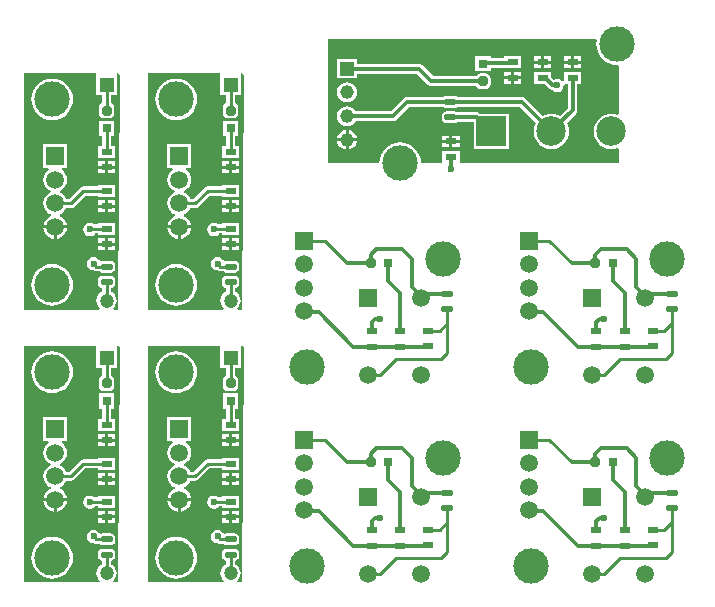
<source format=gtl>
G04*
G04 #@! TF.GenerationSoftware,Altium Limited,Altium Designer,20.1.8 (145)*
G04*
G04 Layer_Physical_Order=1*
G04 Layer_Color=255*
%FSLAX25Y25*%
%MOIN*%
G70*
G04*
G04 #@! TF.SameCoordinates,97AE0E28-4285-446D-9869-D3FBB0DEE563*
G04*
G04*
G04 #@! TF.FilePolarity,Positive*
G04*
G01*
G75*
%ADD10R,0.03740X0.01968*%
%ADD11R,0.03150X0.03150*%
G04:AMPARAMS|DCode=12|XSize=31.5mil|YSize=31.5mil|CornerRadius=7.87mil|HoleSize=0mil|Usage=FLASHONLY|Rotation=270.000|XOffset=0mil|YOffset=0mil|HoleType=Round|Shape=RoundedRectangle|*
%AMROUNDEDRECTD12*
21,1,0.03150,0.01575,0,0,270.0*
21,1,0.01575,0.03150,0,0,270.0*
1,1,0.01575,-0.00787,-0.00787*
1,1,0.01575,-0.00787,0.00787*
1,1,0.01575,0.00787,0.00787*
1,1,0.01575,0.00787,-0.00787*
%
%ADD12ROUNDEDRECTD12*%
G04:AMPARAMS|DCode=13|XSize=19.68mil|YSize=37.4mil|CornerRadius=4.92mil|HoleSize=0mil|Usage=FLASHONLY|Rotation=270.000|XOffset=0mil|YOffset=0mil|HoleType=Round|Shape=RoundedRectangle|*
%AMROUNDEDRECTD13*
21,1,0.01968,0.02756,0,0,270.0*
21,1,0.00984,0.03740,0,0,270.0*
1,1,0.00984,-0.01378,-0.00492*
1,1,0.00984,-0.01378,0.00492*
1,1,0.00984,0.01378,0.00492*
1,1,0.00984,0.01378,-0.00492*
%
%ADD13ROUNDEDRECTD13*%
%ADD14C,0.01000*%
%ADD15C,0.01181*%
G04:AMPARAMS|DCode=16|XSize=31.5mil|YSize=31.5mil|CornerRadius=7.87mil|HoleSize=0mil|Usage=FLASHONLY|Rotation=0.000|XOffset=0mil|YOffset=0mil|HoleType=Round|Shape=RoundedRectangle|*
%AMROUNDEDRECTD16*
21,1,0.03150,0.01575,0,0,0.0*
21,1,0.01575,0.03150,0,0,0.0*
1,1,0.01575,0.00787,-0.00787*
1,1,0.01575,-0.00787,-0.00787*
1,1,0.01575,-0.00787,0.00787*
1,1,0.01575,0.00787,0.00787*
%
%ADD16ROUNDEDRECTD16*%
%ADD17R,0.03150X0.03150*%
%ADD18C,0.00122*%
%ADD19C,0.04724*%
%ADD20R,0.04724X0.04724*%
%ADD21C,0.05906*%
%ADD22R,0.05906X0.05906*%
%ADD23C,0.11811*%
%ADD24C,0.02362*%
%ADD25R,0.04528X0.04528*%
%ADD26C,0.04528*%
%ADD27R,0.09843X0.09843*%
%ADD28C,0.09843*%
G36*
X208650Y199106D02*
X208538Y197961D01*
X208671Y196607D01*
X209066Y195305D01*
X209707Y194106D01*
X210570Y193054D01*
X211621Y192191D01*
X212821Y191550D01*
X214123Y191155D01*
X215476Y191022D01*
X215574Y191031D01*
X215945Y190696D01*
Y174841D01*
X215445Y174480D01*
X214665Y174716D01*
X213504Y174831D01*
X212343Y174716D01*
X211227Y174378D01*
X210198Y173828D01*
X209297Y173088D01*
X208557Y172187D01*
X208007Y171158D01*
X207668Y170042D01*
X207554Y168881D01*
X207668Y167720D01*
X208007Y166604D01*
X208557Y165575D01*
X209297Y164674D01*
X210198Y163934D01*
X211227Y163384D01*
X212343Y163045D01*
X213504Y162931D01*
X214665Y163045D01*
X215445Y163282D01*
X215945Y162921D01*
Y158268D01*
X163335Y158268D01*
X162909Y158768D01*
Y162417D01*
X157169D01*
Y158449D01*
X156744Y158268D01*
X150049D01*
X150049Y158268D01*
X149916Y159621D01*
X149521Y160923D01*
X148880Y162123D01*
X148017Y163174D01*
X146965Y164037D01*
X145766Y164678D01*
X144464Y165073D01*
X143110Y165207D01*
X141756Y165073D01*
X140455Y164678D01*
X139255Y164037D01*
X138204Y163174D01*
X137341Y162123D01*
X136699Y160923D01*
X136305Y159621D01*
X136171Y158268D01*
X136171Y158268D01*
X119095D01*
Y199606D01*
X208303Y199606D01*
X208650Y199106D01*
D02*
G37*
G36*
X90888Y187870D02*
X90496Y109484D01*
X88943D01*
X88773Y109984D01*
X88957Y110126D01*
X89496Y110828D01*
X89835Y111646D01*
X89950Y112524D01*
X89835Y113401D01*
X89496Y114219D01*
X88957Y114922D01*
X88255Y115461D01*
X88089Y115529D01*
Y116753D01*
X88519Y116839D01*
X89013Y117168D01*
X89343Y117662D01*
X89459Y118244D01*
Y119228D01*
X89343Y119811D01*
X89013Y120304D01*
X88519Y120634D01*
X87937Y120750D01*
X85181D01*
X84599Y120634D01*
X84105Y120304D01*
X83776Y119811D01*
X83660Y119228D01*
Y118244D01*
X83776Y117662D01*
X84105Y117168D01*
X84599Y116839D01*
X85030Y116753D01*
Y115529D01*
X84864Y115461D01*
X84161Y114922D01*
X83622Y114219D01*
X83284Y113401D01*
X83168Y112524D01*
X83284Y111646D01*
X83622Y110828D01*
X84161Y110126D01*
X84346Y109984D01*
X84176Y109484D01*
X59000D01*
Y188224D01*
X83111D01*
X83197Y187760D01*
X83197Y187724D01*
Y181035D01*
X85030D01*
Y178264D01*
X84483Y177899D01*
X84088Y177308D01*
X83949Y176610D01*
Y175036D01*
X84088Y174338D01*
X84483Y173747D01*
X85074Y173352D01*
X85772Y173213D01*
X87347D01*
X88044Y173352D01*
X88635Y173747D01*
X89030Y174338D01*
X89169Y175036D01*
Y176610D01*
X89030Y177308D01*
X88635Y177899D01*
X88089Y178264D01*
Y181035D01*
X89921D01*
Y187724D01*
X89921Y187760D01*
X90007Y188224D01*
X90535D01*
X90888Y187870D01*
D02*
G37*
G36*
X49549D02*
X49158Y109484D01*
X47604D01*
X47434Y109984D01*
X47618Y110126D01*
X48157Y110828D01*
X48496Y111646D01*
X48612Y112524D01*
X48496Y113401D01*
X48157Y114219D01*
X47618Y114922D01*
X46916Y115461D01*
X46750Y115529D01*
Y116753D01*
X47181Y116839D01*
X47674Y117168D01*
X48004Y117662D01*
X48120Y118244D01*
Y119228D01*
X48004Y119811D01*
X47674Y120304D01*
X47181Y120634D01*
X46599Y120750D01*
X43843D01*
X43260Y120634D01*
X42767Y120304D01*
X42437Y119811D01*
X42321Y119228D01*
Y118244D01*
X42437Y117662D01*
X42767Y117168D01*
X43260Y116839D01*
X43691Y116753D01*
Y115529D01*
X43525Y115461D01*
X42823Y114922D01*
X42284Y114219D01*
X41945Y113401D01*
X41829Y112524D01*
X41945Y111646D01*
X42284Y110828D01*
X42823Y110126D01*
X43007Y109984D01*
X42837Y109484D01*
X17661D01*
Y188224D01*
X41773D01*
X41858Y187760D01*
X41858Y187724D01*
Y181035D01*
X43691D01*
Y178264D01*
X43145Y177899D01*
X42749Y177308D01*
X42611Y176610D01*
Y175036D01*
X42749Y174338D01*
X43145Y173747D01*
X43736Y173352D01*
X44433Y173213D01*
X46008D01*
X46705Y173352D01*
X47297Y173747D01*
X47692Y174338D01*
X47830Y175036D01*
Y176610D01*
X47692Y177308D01*
X47297Y177899D01*
X46750Y178264D01*
Y181035D01*
X48583D01*
Y187724D01*
X48583Y187760D01*
X48668Y188224D01*
X49197D01*
X49549Y187870D01*
D02*
G37*
G36*
X90888Y96925D02*
X90496Y18539D01*
X88943D01*
X88773Y19039D01*
X88957Y19181D01*
X89496Y19883D01*
X89835Y20701D01*
X89950Y21579D01*
X89835Y22456D01*
X89496Y23274D01*
X88957Y23977D01*
X88255Y24516D01*
X88089Y24585D01*
Y25808D01*
X88519Y25894D01*
X89013Y26223D01*
X89343Y26717D01*
X89459Y27299D01*
Y28284D01*
X89343Y28866D01*
X89013Y29359D01*
X88519Y29689D01*
X87937Y29805D01*
X85181D01*
X84599Y29689D01*
X84105Y29359D01*
X83776Y28866D01*
X83660Y28284D01*
Y27299D01*
X83776Y26717D01*
X84105Y26223D01*
X84599Y25894D01*
X85030Y25808D01*
Y24585D01*
X84864Y24516D01*
X84161Y23977D01*
X83622Y23274D01*
X83284Y22456D01*
X83168Y21579D01*
X83284Y20701D01*
X83622Y19883D01*
X84161Y19181D01*
X84346Y19039D01*
X84176Y18539D01*
X59000D01*
Y97280D01*
X83111D01*
X83197Y96815D01*
X83197Y96780D01*
Y90091D01*
X85030D01*
Y87319D01*
X84483Y86954D01*
X84088Y86363D01*
X83949Y85665D01*
Y84091D01*
X84088Y83393D01*
X84483Y82802D01*
X85074Y82407D01*
X85772Y82268D01*
X87347D01*
X88044Y82407D01*
X88635Y82802D01*
X89030Y83393D01*
X89169Y84091D01*
Y85665D01*
X89030Y86363D01*
X88635Y86954D01*
X88089Y87319D01*
Y90091D01*
X89921D01*
Y96780D01*
X89921Y96815D01*
X90007Y97280D01*
X90535D01*
X90888Y96925D01*
D02*
G37*
G36*
X49549D02*
X49158Y18539D01*
X47604D01*
X47434Y19039D01*
X47618Y19181D01*
X48157Y19883D01*
X48496Y20701D01*
X48612Y21579D01*
X48496Y22456D01*
X48157Y23274D01*
X47618Y23977D01*
X46916Y24516D01*
X46750Y24585D01*
Y25808D01*
X47181Y25894D01*
X47674Y26223D01*
X48004Y26717D01*
X48120Y27299D01*
Y28284D01*
X48004Y28866D01*
X47674Y29359D01*
X47181Y29689D01*
X46599Y29805D01*
X43843D01*
X43260Y29689D01*
X42767Y29359D01*
X42437Y28866D01*
X42321Y28284D01*
Y27299D01*
X42437Y26717D01*
X42767Y26223D01*
X43260Y25894D01*
X43691Y25808D01*
Y24585D01*
X43525Y24516D01*
X42823Y23977D01*
X42284Y23274D01*
X41945Y22456D01*
X41829Y21579D01*
X41945Y20701D01*
X42284Y19883D01*
X42823Y19181D01*
X43007Y19039D01*
X42837Y18539D01*
X17661D01*
Y97280D01*
X41773D01*
X41858Y96815D01*
X41858Y96780D01*
Y90091D01*
X43691D01*
Y87319D01*
X43145Y86954D01*
X42749Y86363D01*
X42611Y85665D01*
Y84091D01*
X42749Y83393D01*
X43145Y82802D01*
X43736Y82407D01*
X44433Y82268D01*
X46008D01*
X46705Y82407D01*
X47297Y82802D01*
X47692Y83393D01*
X47830Y84091D01*
Y85665D01*
X47692Y86363D01*
X47297Y86954D01*
X46750Y87319D01*
Y90091D01*
X48583D01*
Y96780D01*
X48583Y96815D01*
X48668Y97280D01*
X49197D01*
X49549Y96925D01*
D02*
G37*
%LPC*%
G36*
X193487Y193913D02*
X191117D01*
Y192429D01*
X193487D01*
Y193913D01*
D02*
G37*
G36*
X190117D02*
X187747D01*
Y192429D01*
X190117D01*
Y193913D01*
D02*
G37*
G36*
X203461D02*
X201091D01*
Y192429D01*
X203461D01*
Y193913D01*
D02*
G37*
G36*
X200091D02*
X197721D01*
Y192429D01*
X200091D01*
Y193913D01*
D02*
G37*
G36*
X203461Y191429D02*
X201091D01*
Y189945D01*
X203461D01*
Y191429D01*
D02*
G37*
G36*
X200091D02*
X197721D01*
Y189945D01*
X200091D01*
Y191429D01*
D02*
G37*
G36*
X193487Y191429D02*
X191117D01*
Y189945D01*
X193487D01*
Y191429D01*
D02*
G37*
G36*
X190117D02*
X187747D01*
Y189945D01*
X190117D01*
Y191429D01*
D02*
G37*
G36*
X173244Y194110D02*
X168095D01*
Y188961D01*
X173244D01*
Y190111D01*
X177773D01*
Y189945D01*
X183513D01*
Y193913D01*
X177773D01*
Y193354D01*
X173244D01*
Y194110D01*
D02*
G37*
G36*
X183513Y188795D02*
X181143D01*
Y187311D01*
X183513D01*
Y188795D01*
D02*
G37*
G36*
X180143D02*
X177773D01*
Y187311D01*
X180143D01*
Y188795D01*
D02*
G37*
G36*
X203461D02*
X197721D01*
Y185713D01*
X197221Y185562D01*
X197045Y185825D01*
X196324Y186307D01*
X195473Y186476D01*
X194622Y186307D01*
X194331Y186112D01*
X193487Y186956D01*
Y188795D01*
X187747D01*
Y184827D01*
X191029D01*
X192631Y183225D01*
X193158Y182873D01*
X193778Y182750D01*
X193853D01*
X193900Y182679D01*
X194622Y182197D01*
X195473Y182028D01*
X196324Y182197D01*
X197045Y182679D01*
X197527Y183401D01*
X197696Y184252D01*
X197678Y184344D01*
X198092Y184827D01*
X198969D01*
Y176639D01*
X196385Y174055D01*
X195781Y174378D01*
X194665Y174716D01*
X193504Y174831D01*
X192343Y174716D01*
X191227Y174378D01*
X190623Y174055D01*
X184791Y179887D01*
X184265Y180238D01*
X183645Y180362D01*
X162232D01*
X161820Y180638D01*
X161237Y180754D01*
X158481D01*
X157899Y180638D01*
X157486Y180362D01*
X145473D01*
X144852Y180238D01*
X144326Y179887D01*
X140076Y175637D01*
X128255D01*
X128245Y175662D01*
X127722Y176344D01*
X127040Y176867D01*
X126246Y177196D01*
X125394Y177308D01*
X124542Y177196D01*
X123748Y176867D01*
X123066Y176344D01*
X122543Y175662D01*
X122214Y174868D01*
X122102Y174016D01*
X122214Y173164D01*
X122543Y172370D01*
X123066Y171688D01*
X123748Y171165D01*
X124542Y170836D01*
X125394Y170724D01*
X126246Y170836D01*
X127040Y171165D01*
X127722Y171688D01*
X128245Y172370D01*
X128255Y172394D01*
X140748D01*
X141369Y172518D01*
X141895Y172869D01*
X146144Y177119D01*
X157486D01*
X157899Y176842D01*
X158481Y176727D01*
X161237D01*
X161820Y176842D01*
X162232Y177119D01*
X182973D01*
X188330Y171762D01*
X188007Y171158D01*
X187668Y170042D01*
X187554Y168881D01*
X187668Y167720D01*
X188007Y166604D01*
X188557Y165575D01*
X189297Y164674D01*
X190198Y163934D01*
X191227Y163384D01*
X192343Y163045D01*
X193504Y162931D01*
X194665Y163045D01*
X195781Y163384D01*
X196809Y163934D01*
X197711Y164674D01*
X198451Y165575D01*
X199001Y166604D01*
X199339Y167720D01*
X199454Y168881D01*
X199339Y170042D01*
X199001Y171158D01*
X198678Y171762D01*
X201737Y174821D01*
X202089Y175347D01*
X202212Y175968D01*
Y184827D01*
X203461D01*
Y188795D01*
D02*
G37*
G36*
X183513Y186311D02*
X181143D01*
Y184827D01*
X183513D01*
Y186311D01*
D02*
G37*
G36*
X180143D02*
X177773D01*
Y184827D01*
X180143D01*
Y186311D01*
D02*
G37*
G36*
X128657Y193079D02*
X122130D01*
Y186551D01*
X128657D01*
Y188193D01*
X148687D01*
X152397Y184483D01*
X152923Y184132D01*
X153543Y184008D01*
X168290D01*
X168593Y183554D01*
X169185Y183159D01*
X169882Y183020D01*
X171457D01*
X172154Y183159D01*
X172745Y183554D01*
X173140Y184145D01*
X173279Y184843D01*
Y186417D01*
X173140Y187115D01*
X172745Y187706D01*
X172154Y188101D01*
X171457Y188240D01*
X169882D01*
X169185Y188101D01*
X168593Y187706D01*
X168290Y187252D01*
X154215D01*
X150505Y190962D01*
X149979Y191313D01*
X149358Y191437D01*
X128657D01*
Y193079D01*
D02*
G37*
G36*
X125394Y185205D02*
X124542Y185093D01*
X123748Y184764D01*
X123066Y184241D01*
X122543Y183559D01*
X122214Y182765D01*
X122102Y181913D01*
X122214Y181061D01*
X122543Y180267D01*
X123066Y179586D01*
X123748Y179062D01*
X124542Y178734D01*
X125394Y178621D01*
X126246Y178734D01*
X127040Y179062D01*
X127722Y179586D01*
X128245Y180267D01*
X128574Y181061D01*
X128686Y181913D01*
X128574Y182765D01*
X128245Y183559D01*
X127722Y184241D01*
X127040Y184764D01*
X126246Y185093D01*
X125394Y185205D01*
D02*
G37*
G36*
X125894Y169340D02*
Y166614D01*
X128620D01*
X128574Y166966D01*
X128245Y167760D01*
X127722Y168442D01*
X127040Y168965D01*
X126246Y169294D01*
X125894Y169340D01*
D02*
G37*
G36*
X124894D02*
X124542Y169294D01*
X123748Y168965D01*
X123066Y168442D01*
X122543Y167760D01*
X122214Y166966D01*
X122168Y166614D01*
X124894D01*
Y169340D01*
D02*
G37*
G36*
X162909Y167535D02*
X160539D01*
Y166051D01*
X162909D01*
Y167535D01*
D02*
G37*
G36*
X159539D02*
X157169D01*
Y166051D01*
X159539D01*
Y167535D01*
D02*
G37*
G36*
X162909Y165051D02*
X160539D01*
Y163567D01*
X162909D01*
Y165051D01*
D02*
G37*
G36*
X159539D02*
X157169D01*
Y163567D01*
X159539D01*
Y165051D01*
D02*
G37*
G36*
X161237Y175636D02*
X158481D01*
X157899Y175520D01*
X157406Y175190D01*
X157076Y174696D01*
X156960Y174114D01*
Y173130D01*
X157076Y172548D01*
X157406Y172054D01*
X157899Y171724D01*
X158481Y171609D01*
X161237D01*
X161820Y171724D01*
X162232Y172000D01*
X167583D01*
Y162960D01*
X179425D01*
Y174802D01*
X169860D01*
X169383Y175120D01*
X168763Y175244D01*
X162232D01*
X161820Y175520D01*
X161237Y175636D01*
D02*
G37*
G36*
X128620Y165614D02*
X125894D01*
Y162888D01*
X126246Y162934D01*
X127040Y163263D01*
X127722Y163786D01*
X128245Y164468D01*
X128574Y165262D01*
X128620Y165614D01*
D02*
G37*
G36*
X124894D02*
X122168D01*
X122214Y165262D01*
X122543Y164468D01*
X123066Y163786D01*
X123748Y163263D01*
X124542Y162934D01*
X124894Y162888D01*
Y165614D01*
D02*
G37*
G36*
X68449Y186502D02*
X67095Y186369D01*
X65794Y185974D01*
X64594Y185333D01*
X63542Y184470D01*
X62679Y183418D01*
X62038Y182219D01*
X61643Y180917D01*
X61510Y179563D01*
X61643Y178209D01*
X62038Y176908D01*
X62679Y175708D01*
X63542Y174656D01*
X64594Y173793D01*
X65794Y173152D01*
X67095Y172757D01*
X68449Y172624D01*
X69803Y172757D01*
X71104Y173152D01*
X72304Y173793D01*
X73356Y174656D01*
X74218Y175708D01*
X74860Y176908D01*
X75254Y178209D01*
X75388Y179563D01*
X75254Y180917D01*
X74860Y182219D01*
X74218Y183418D01*
X73356Y184470D01*
X72304Y185333D01*
X71104Y185974D01*
X69803Y186369D01*
X68449Y186502D01*
D02*
G37*
G36*
X89134Y172492D02*
X83984D01*
Y167343D01*
X85030D01*
Y164028D01*
X83689D01*
Y160059D01*
X89429D01*
Y164028D01*
X88089D01*
Y167343D01*
X89134D01*
Y172492D01*
D02*
G37*
G36*
X89429Y158909D02*
X87059D01*
Y157425D01*
X89429D01*
Y158909D01*
D02*
G37*
G36*
X86059D02*
X83689D01*
Y157425D01*
X86059D01*
Y158909D01*
D02*
G37*
G36*
X89429Y156425D02*
X87059D01*
Y154941D01*
X89429D01*
Y156425D01*
D02*
G37*
G36*
X86059D02*
X83689D01*
Y154941D01*
X86059D01*
Y156425D01*
D02*
G37*
G36*
X73386Y164618D02*
X65480D01*
Y156713D01*
X67064D01*
X67399Y156269D01*
X67399Y156213D01*
X66614Y155611D01*
X65980Y154785D01*
X65582Y153823D01*
X65446Y152791D01*
X65582Y151760D01*
X65980Y150798D01*
X66614Y149972D01*
X67440Y149339D01*
X67956Y149125D01*
Y148584D01*
X67440Y148370D01*
X66614Y147737D01*
X65980Y146911D01*
X65582Y145949D01*
X65446Y144917D01*
X65582Y143886D01*
X65980Y142924D01*
X66614Y142098D01*
X67440Y141465D01*
X67956Y141251D01*
Y140710D01*
X67440Y140496D01*
X66614Y139863D01*
X65980Y139037D01*
X65582Y138075D01*
X65512Y137543D01*
X69433D01*
X73354D01*
X73284Y138075D01*
X72886Y139037D01*
X72252Y139863D01*
X71427Y140496D01*
X70911Y140710D01*
Y141251D01*
X71427Y141465D01*
X72252Y142098D01*
X72886Y142924D01*
X73078Y143388D01*
X74748D01*
X75333Y143504D01*
X75830Y143836D01*
X79515Y147522D01*
X83689D01*
Y147067D01*
X89429D01*
Y151035D01*
X83689D01*
Y150581D01*
X78882D01*
X78297Y150464D01*
X77801Y150133D01*
X74115Y146447D01*
X73078D01*
X72886Y146911D01*
X72252Y147737D01*
X71427Y148370D01*
X70911Y148584D01*
Y149125D01*
X71427Y149339D01*
X72252Y149972D01*
X72886Y150798D01*
X73284Y151760D01*
X73420Y152791D01*
X73284Y153823D01*
X72886Y154785D01*
X72252Y155611D01*
X71468Y156213D01*
X71467Y156269D01*
X71802Y156713D01*
X73386D01*
Y164618D01*
D02*
G37*
G36*
X89429Y145917D02*
X87059D01*
Y144433D01*
X89429D01*
Y145917D01*
D02*
G37*
G36*
X86059D02*
X83689D01*
Y144433D01*
X86059D01*
Y145917D01*
D02*
G37*
G36*
X89429Y143433D02*
X87059D01*
Y141949D01*
X89429D01*
Y143433D01*
D02*
G37*
G36*
X86059D02*
X83689D01*
Y141949D01*
X86059D01*
Y143433D01*
D02*
G37*
G36*
X81047Y138480D02*
X80196Y138311D01*
X79475Y137828D01*
X78993Y137107D01*
X78824Y136256D01*
X78993Y135405D01*
X79475Y134684D01*
X80196Y134201D01*
X81047Y134032D01*
X81898Y134201D01*
X82620Y134684D01*
X82780Y134923D01*
X83689D01*
Y134468D01*
X89429D01*
Y138437D01*
X83689D01*
Y137982D01*
X82390D01*
X81898Y138311D01*
X81047Y138480D01*
D02*
G37*
G36*
X73354Y136543D02*
X69933D01*
Y133122D01*
X70465Y133192D01*
X71427Y133591D01*
X72252Y134224D01*
X72886Y135050D01*
X73284Y136012D01*
X73354Y136543D01*
D02*
G37*
G36*
X68933D02*
X65512D01*
X65582Y136012D01*
X65980Y135050D01*
X66614Y134224D01*
X67440Y133591D01*
X68401Y133192D01*
X68933Y133122D01*
Y136543D01*
D02*
G37*
G36*
X89429Y133319D02*
X87059D01*
Y131835D01*
X89429D01*
Y133319D01*
D02*
G37*
G36*
X86059D02*
X83689D01*
Y131835D01*
X86059D01*
Y133319D01*
D02*
G37*
G36*
X89429Y130835D02*
X87059D01*
Y129350D01*
X89429D01*
Y130835D01*
D02*
G37*
G36*
X86059D02*
X83689D01*
Y129350D01*
X86059D01*
Y130835D01*
D02*
G37*
G36*
X82228Y127062D02*
X81377Y126893D01*
X80656Y126411D01*
X80174Y125690D01*
X80005Y124839D01*
X80174Y123988D01*
X80656Y123266D01*
X81377Y122784D01*
X82228Y122615D01*
X82336Y122636D01*
X82627Y122441D01*
X83213Y122325D01*
X84080D01*
X84105Y122286D01*
X84599Y121957D01*
X85181Y121841D01*
X87937D01*
X88519Y121957D01*
X89013Y122286D01*
X89343Y122780D01*
X89459Y123362D01*
Y124346D01*
X89343Y124929D01*
X89013Y125422D01*
X88519Y125752D01*
X87937Y125868D01*
X85181D01*
X84773Y125787D01*
X84599Y125752D01*
X84074Y126003D01*
X83801Y126411D01*
X83079Y126893D01*
X82228Y127062D01*
D02*
G37*
G36*
X68449Y124691D02*
X67095Y124558D01*
X65794Y124163D01*
X64594Y123521D01*
X63542Y122659D01*
X62679Y121607D01*
X62038Y120407D01*
X61643Y119106D01*
X61510Y117752D01*
X61643Y116398D01*
X62038Y115097D01*
X62679Y113897D01*
X63542Y112846D01*
X64594Y111983D01*
X65794Y111341D01*
X67095Y110946D01*
X68449Y110813D01*
X69803Y110946D01*
X71104Y111341D01*
X72304Y111983D01*
X73356Y112846D01*
X74218Y113897D01*
X74860Y115097D01*
X75254Y116398D01*
X75388Y117752D01*
X75254Y119106D01*
X74860Y120407D01*
X74218Y121607D01*
X73356Y122659D01*
X72304Y123521D01*
X71104Y124163D01*
X69803Y124558D01*
X68449Y124691D01*
D02*
G37*
G36*
X27110Y186502D02*
X25757Y186369D01*
X24455Y185974D01*
X23255Y185333D01*
X22204Y184470D01*
X21341Y183418D01*
X20699Y182219D01*
X20305Y180917D01*
X20171Y179563D01*
X20305Y178209D01*
X20699Y176908D01*
X21341Y175708D01*
X22204Y174656D01*
X23255Y173793D01*
X24455Y173152D01*
X25757Y172757D01*
X27110Y172624D01*
X28464Y172757D01*
X29766Y173152D01*
X30965Y173793D01*
X32017Y174656D01*
X32880Y175708D01*
X33521Y176908D01*
X33916Y178209D01*
X34049Y179563D01*
X33916Y180917D01*
X33521Y182219D01*
X32880Y183418D01*
X32017Y184470D01*
X30965Y185333D01*
X29766Y185974D01*
X28464Y186369D01*
X27110Y186502D01*
D02*
G37*
G36*
X47795Y172492D02*
X42646D01*
Y167343D01*
X43691D01*
Y164028D01*
X42350D01*
Y160059D01*
X48091D01*
Y164028D01*
X46750D01*
Y167343D01*
X47795D01*
Y172492D01*
D02*
G37*
G36*
X48091Y158909D02*
X45720D01*
Y157425D01*
X48091D01*
Y158909D01*
D02*
G37*
G36*
X44721D02*
X42350D01*
Y157425D01*
X44721D01*
Y158909D01*
D02*
G37*
G36*
X48091Y156425D02*
X45720D01*
Y154941D01*
X48091D01*
Y156425D01*
D02*
G37*
G36*
X44721D02*
X42350D01*
Y154941D01*
X44721D01*
Y156425D01*
D02*
G37*
G36*
X32047Y164618D02*
X24142D01*
Y156713D01*
X25725D01*
X26061Y156269D01*
X26060Y156213D01*
X25275Y155611D01*
X24642Y154785D01*
X24243Y153823D01*
X24108Y152791D01*
X24243Y151760D01*
X24642Y150798D01*
X25275Y149972D01*
X26101Y149339D01*
X26617Y149125D01*
Y148584D01*
X26101Y148370D01*
X25275Y147737D01*
X24642Y146911D01*
X24243Y145949D01*
X24108Y144917D01*
X24243Y143886D01*
X24642Y142924D01*
X25275Y142098D01*
X26101Y141465D01*
X26617Y141251D01*
Y140710D01*
X26101Y140496D01*
X25275Y139863D01*
X24642Y139037D01*
X24243Y138075D01*
X24173Y137543D01*
X28095D01*
X32016D01*
X31945Y138075D01*
X31547Y139037D01*
X30914Y139863D01*
X30088Y140496D01*
X29572Y140710D01*
Y141251D01*
X30088Y141465D01*
X30914Y142098D01*
X31547Y142924D01*
X31740Y143388D01*
X33410D01*
X33995Y143504D01*
X34491Y143836D01*
X38177Y147522D01*
X42350D01*
Y147067D01*
X48091D01*
Y151035D01*
X42350D01*
Y150581D01*
X37543D01*
X36958Y150464D01*
X36462Y150133D01*
X32776Y146447D01*
X31740D01*
X31547Y146911D01*
X30914Y147737D01*
X30088Y148370D01*
X29572Y148584D01*
Y149125D01*
X30088Y149339D01*
X30914Y149972D01*
X31547Y150798D01*
X31945Y151760D01*
X32081Y152791D01*
X31945Y153823D01*
X31547Y154785D01*
X30914Y155611D01*
X30129Y156213D01*
X30128Y156269D01*
X30464Y156713D01*
X32047D01*
Y164618D01*
D02*
G37*
G36*
X48091Y145917D02*
X45720D01*
Y144433D01*
X48091D01*
Y145917D01*
D02*
G37*
G36*
X44721D02*
X42350D01*
Y144433D01*
X44721D01*
Y145917D01*
D02*
G37*
G36*
X48091Y143433D02*
X45720D01*
Y141949D01*
X48091D01*
Y143433D01*
D02*
G37*
G36*
X44721D02*
X42350D01*
Y141949D01*
X44721D01*
Y143433D01*
D02*
G37*
G36*
X39709Y138480D02*
X38858Y138311D01*
X38136Y137828D01*
X37654Y137107D01*
X37485Y136256D01*
X37654Y135405D01*
X38136Y134684D01*
X38858Y134201D01*
X39709Y134032D01*
X40560Y134201D01*
X41281Y134684D01*
X41442Y134923D01*
X42350D01*
Y134468D01*
X48091D01*
Y138437D01*
X42350D01*
Y137982D01*
X41051D01*
X40560Y138311D01*
X39709Y138480D01*
D02*
G37*
G36*
X32016Y136543D02*
X28594D01*
Y133122D01*
X29126Y133192D01*
X30088Y133591D01*
X30914Y134224D01*
X31547Y135050D01*
X31945Y136012D01*
X32016Y136543D01*
D02*
G37*
G36*
X27595D02*
X24173D01*
X24243Y136012D01*
X24642Y135050D01*
X25275Y134224D01*
X26101Y133591D01*
X27063Y133192D01*
X27595Y133122D01*
Y136543D01*
D02*
G37*
G36*
X48091Y133319D02*
X45720D01*
Y131835D01*
X48091D01*
Y133319D01*
D02*
G37*
G36*
X44721D02*
X42350D01*
Y131835D01*
X44721D01*
Y133319D01*
D02*
G37*
G36*
X48091Y130835D02*
X45720D01*
Y129350D01*
X48091D01*
Y130835D01*
D02*
G37*
G36*
X44721D02*
X42350D01*
Y129350D01*
X44721D01*
Y130835D01*
D02*
G37*
G36*
X40890Y127062D02*
X40039Y126893D01*
X39317Y126411D01*
X38835Y125690D01*
X38666Y124839D01*
X38835Y123988D01*
X39317Y123266D01*
X40039Y122784D01*
X40890Y122615D01*
X40997Y122636D01*
X41289Y122441D01*
X41874Y122325D01*
X42741D01*
X42767Y122286D01*
X43260Y121957D01*
X43843Y121841D01*
X46599D01*
X47181Y121957D01*
X47674Y122286D01*
X48004Y122780D01*
X48120Y123362D01*
Y124346D01*
X48004Y124929D01*
X47674Y125422D01*
X47181Y125752D01*
X46599Y125868D01*
X43843D01*
X43435Y125787D01*
X43260Y125752D01*
X42735Y126003D01*
X42462Y126411D01*
X41741Y126893D01*
X40890Y127062D01*
D02*
G37*
G36*
X27110Y124691D02*
X25757Y124558D01*
X24455Y124163D01*
X23255Y123521D01*
X22204Y122659D01*
X21341Y121607D01*
X20699Y120407D01*
X20305Y119106D01*
X20171Y117752D01*
X20305Y116398D01*
X20699Y115097D01*
X21341Y113897D01*
X22204Y112846D01*
X23255Y111983D01*
X24455Y111341D01*
X25757Y110946D01*
X27110Y110813D01*
X28464Y110946D01*
X29766Y111341D01*
X30965Y111983D01*
X32017Y112846D01*
X32880Y113897D01*
X33521Y115097D01*
X33916Y116398D01*
X34049Y117752D01*
X33916Y119106D01*
X33521Y120407D01*
X32880Y121607D01*
X32017Y122659D01*
X30965Y123521D01*
X29766Y124163D01*
X28464Y124558D01*
X27110Y124691D01*
D02*
G37*
G36*
X68449Y95557D02*
X67095Y95424D01*
X65794Y95029D01*
X64594Y94388D01*
X63542Y93525D01*
X62679Y92473D01*
X62038Y91274D01*
X61643Y89972D01*
X61510Y88618D01*
X61643Y87264D01*
X62038Y85963D01*
X62679Y84763D01*
X63542Y83712D01*
X64594Y82849D01*
X65794Y82207D01*
X67095Y81813D01*
X68449Y81679D01*
X69803Y81813D01*
X71104Y82207D01*
X72304Y82849D01*
X73356Y83712D01*
X74218Y84763D01*
X74860Y85963D01*
X75254Y87264D01*
X75388Y88618D01*
X75254Y89972D01*
X74860Y91274D01*
X74218Y92473D01*
X73356Y93525D01*
X72304Y94388D01*
X71104Y95029D01*
X69803Y95424D01*
X68449Y95557D01*
D02*
G37*
G36*
X89134Y81547D02*
X83984D01*
Y76398D01*
X85030D01*
Y73083D01*
X83689D01*
Y69114D01*
X89429D01*
Y73083D01*
X88089D01*
Y76398D01*
X89134D01*
Y81547D01*
D02*
G37*
G36*
X89429Y67965D02*
X87059D01*
Y66480D01*
X89429D01*
Y67965D01*
D02*
G37*
G36*
X86059D02*
X83689D01*
Y66480D01*
X86059D01*
Y67965D01*
D02*
G37*
G36*
X89429Y65480D02*
X87059D01*
Y63996D01*
X89429D01*
Y65480D01*
D02*
G37*
G36*
X86059D02*
X83689D01*
Y63996D01*
X86059D01*
Y65480D01*
D02*
G37*
G36*
X73386Y73673D02*
X65480D01*
Y65768D01*
X67064D01*
X67399Y65324D01*
X67399Y65268D01*
X66614Y64666D01*
X65980Y63840D01*
X65582Y62878D01*
X65446Y61847D01*
X65582Y60815D01*
X65980Y59853D01*
X66614Y59027D01*
X67440Y58394D01*
X67956Y58180D01*
Y57639D01*
X67440Y57425D01*
X66614Y56792D01*
X65980Y55966D01*
X65582Y55004D01*
X65446Y53973D01*
X65582Y52941D01*
X65980Y51979D01*
X66614Y51153D01*
X67440Y50520D01*
X67956Y50306D01*
Y49765D01*
X67440Y49551D01*
X66614Y48918D01*
X65980Y48092D01*
X65582Y47130D01*
X65512Y46598D01*
X69433D01*
X73354D01*
X73284Y47130D01*
X72886Y48092D01*
X72252Y48918D01*
X71427Y49551D01*
X70911Y49765D01*
Y50306D01*
X71427Y50520D01*
X72252Y51153D01*
X72886Y51979D01*
X73078Y52443D01*
X74748D01*
X75333Y52560D01*
X75830Y52891D01*
X79515Y56577D01*
X83689D01*
Y56122D01*
X89429D01*
Y60091D01*
X83689D01*
Y59636D01*
X78882D01*
X78297Y59519D01*
X77801Y59188D01*
X74115Y55502D01*
X73078D01*
X72886Y55966D01*
X72252Y56792D01*
X71427Y57425D01*
X70911Y57639D01*
Y58180D01*
X71427Y58394D01*
X72252Y59027D01*
X72886Y59853D01*
X73284Y60815D01*
X73420Y61847D01*
X73284Y62878D01*
X72886Y63840D01*
X72252Y64666D01*
X71468Y65268D01*
X71467Y65324D01*
X71802Y65768D01*
X73386D01*
Y73673D01*
D02*
G37*
G36*
X89429Y54972D02*
X87059D01*
Y53488D01*
X89429D01*
Y54972D01*
D02*
G37*
G36*
X86059D02*
X83689D01*
Y53488D01*
X86059D01*
Y54972D01*
D02*
G37*
G36*
X89429Y52488D02*
X87059D01*
Y51004D01*
X89429D01*
Y52488D01*
D02*
G37*
G36*
X86059D02*
X83689D01*
Y51004D01*
X86059D01*
Y52488D01*
D02*
G37*
G36*
X81047Y47535D02*
X80196Y47366D01*
X79475Y46883D01*
X78993Y46162D01*
X78824Y45311D01*
X78993Y44460D01*
X79475Y43739D01*
X80196Y43257D01*
X81047Y43087D01*
X81898Y43257D01*
X82620Y43739D01*
X82780Y43979D01*
X83689D01*
Y43524D01*
X89429D01*
Y47492D01*
X83689D01*
Y47037D01*
X82390D01*
X81898Y47366D01*
X81047Y47535D01*
D02*
G37*
G36*
X73354Y45598D02*
X69933D01*
Y42177D01*
X70465Y42247D01*
X71427Y42646D01*
X72252Y43279D01*
X72886Y44105D01*
X73284Y45067D01*
X73354Y45598D01*
D02*
G37*
G36*
X68933D02*
X65512D01*
X65582Y45067D01*
X65980Y44105D01*
X66614Y43279D01*
X67440Y42646D01*
X68401Y42247D01*
X68933Y42177D01*
Y45598D01*
D02*
G37*
G36*
X89429Y42374D02*
X87059D01*
Y40890D01*
X89429D01*
Y42374D01*
D02*
G37*
G36*
X86059D02*
X83689D01*
Y40890D01*
X86059D01*
Y42374D01*
D02*
G37*
G36*
X89429Y39890D02*
X87059D01*
Y38405D01*
X89429D01*
Y39890D01*
D02*
G37*
G36*
X86059D02*
X83689D01*
Y38405D01*
X86059D01*
Y39890D01*
D02*
G37*
G36*
X82228Y36118D02*
X81377Y35948D01*
X80656Y35466D01*
X80174Y34745D01*
X80005Y33894D01*
X80174Y33043D01*
X80656Y32321D01*
X81377Y31839D01*
X82228Y31670D01*
X82336Y31691D01*
X82627Y31497D01*
X83213Y31380D01*
X84080D01*
X84105Y31342D01*
X84599Y31012D01*
X85181Y30896D01*
X87937D01*
X88519Y31012D01*
X89013Y31342D01*
X89343Y31835D01*
X89459Y32417D01*
Y33402D01*
X89343Y33984D01*
X89013Y34477D01*
X88519Y34807D01*
X87937Y34923D01*
X85181D01*
X84773Y34842D01*
X84599Y34807D01*
X84074Y35058D01*
X83801Y35466D01*
X83079Y35948D01*
X82228Y36118D01*
D02*
G37*
G36*
X68449Y33746D02*
X67095Y33613D01*
X65794Y33218D01*
X64594Y32577D01*
X63542Y31714D01*
X62679Y30662D01*
X62038Y29463D01*
X61643Y28161D01*
X61510Y26807D01*
X61643Y25453D01*
X62038Y24152D01*
X62679Y22952D01*
X63542Y21901D01*
X64594Y21038D01*
X65794Y20396D01*
X67095Y20001D01*
X68449Y19868D01*
X69803Y20001D01*
X71104Y20396D01*
X72304Y21038D01*
X73356Y21901D01*
X74218Y22952D01*
X74860Y24152D01*
X75254Y25453D01*
X75388Y26807D01*
X75254Y28161D01*
X74860Y29463D01*
X74218Y30662D01*
X73356Y31714D01*
X72304Y32577D01*
X71104Y33218D01*
X69803Y33613D01*
X68449Y33746D01*
D02*
G37*
G36*
X27110Y95557D02*
X25757Y95424D01*
X24455Y95029D01*
X23255Y94388D01*
X22204Y93525D01*
X21341Y92473D01*
X20699Y91274D01*
X20305Y89972D01*
X20171Y88618D01*
X20305Y87264D01*
X20699Y85963D01*
X21341Y84763D01*
X22204Y83712D01*
X23255Y82849D01*
X24455Y82207D01*
X25757Y81813D01*
X27110Y81679D01*
X28464Y81813D01*
X29766Y82207D01*
X30965Y82849D01*
X32017Y83712D01*
X32880Y84763D01*
X33521Y85963D01*
X33916Y87264D01*
X34049Y88618D01*
X33916Y89972D01*
X33521Y91274D01*
X32880Y92473D01*
X32017Y93525D01*
X30965Y94388D01*
X29766Y95029D01*
X28464Y95424D01*
X27110Y95557D01*
D02*
G37*
G36*
X47795Y81547D02*
X42646D01*
Y76398D01*
X43691D01*
Y73083D01*
X42350D01*
Y69114D01*
X48091D01*
Y73083D01*
X46750D01*
Y76398D01*
X47795D01*
Y81547D01*
D02*
G37*
G36*
X48091Y67965D02*
X45720D01*
Y66480D01*
X48091D01*
Y67965D01*
D02*
G37*
G36*
X44721D02*
X42350D01*
Y66480D01*
X44721D01*
Y67965D01*
D02*
G37*
G36*
X48091Y65480D02*
X45720D01*
Y63996D01*
X48091D01*
Y65480D01*
D02*
G37*
G36*
X44721D02*
X42350D01*
Y63996D01*
X44721D01*
Y65480D01*
D02*
G37*
G36*
X32047Y73673D02*
X24142D01*
Y65768D01*
X25725D01*
X26061Y65324D01*
X26060Y65268D01*
X25275Y64666D01*
X24642Y63840D01*
X24243Y62878D01*
X24108Y61847D01*
X24243Y60815D01*
X24642Y59853D01*
X25275Y59027D01*
X26101Y58394D01*
X26617Y58180D01*
Y57639D01*
X26101Y57425D01*
X25275Y56792D01*
X24642Y55966D01*
X24243Y55004D01*
X24108Y53973D01*
X24243Y52941D01*
X24642Y51979D01*
X25275Y51153D01*
X26101Y50520D01*
X26617Y50306D01*
Y49765D01*
X26101Y49551D01*
X25275Y48918D01*
X24642Y48092D01*
X24243Y47130D01*
X24173Y46598D01*
X28095D01*
X32016D01*
X31945Y47130D01*
X31547Y48092D01*
X30914Y48918D01*
X30088Y49551D01*
X29572Y49765D01*
Y50306D01*
X30088Y50520D01*
X30914Y51153D01*
X31547Y51979D01*
X31740Y52443D01*
X33410D01*
X33995Y52560D01*
X34491Y52891D01*
X38177Y56577D01*
X42350D01*
Y56122D01*
X48091D01*
Y60091D01*
X42350D01*
Y59636D01*
X37543D01*
X36958Y59519D01*
X36462Y59188D01*
X32776Y55502D01*
X31740D01*
X31547Y55966D01*
X30914Y56792D01*
X30088Y57425D01*
X29572Y57639D01*
Y58180D01*
X30088Y58394D01*
X30914Y59027D01*
X31547Y59853D01*
X31945Y60815D01*
X32081Y61847D01*
X31945Y62878D01*
X31547Y63840D01*
X30914Y64666D01*
X30129Y65268D01*
X30128Y65324D01*
X30464Y65768D01*
X32047D01*
Y73673D01*
D02*
G37*
G36*
X48091Y54972D02*
X45720D01*
Y53488D01*
X48091D01*
Y54972D01*
D02*
G37*
G36*
X44721D02*
X42350D01*
Y53488D01*
X44721D01*
Y54972D01*
D02*
G37*
G36*
X48091Y52488D02*
X45720D01*
Y51004D01*
X48091D01*
Y52488D01*
D02*
G37*
G36*
X44721D02*
X42350D01*
Y51004D01*
X44721D01*
Y52488D01*
D02*
G37*
G36*
X39709Y47535D02*
X38858Y47366D01*
X38136Y46883D01*
X37654Y46162D01*
X37485Y45311D01*
X37654Y44460D01*
X38136Y43739D01*
X38858Y43257D01*
X39709Y43087D01*
X40560Y43257D01*
X41281Y43739D01*
X41442Y43979D01*
X42350D01*
Y43524D01*
X48091D01*
Y47492D01*
X42350D01*
Y47037D01*
X41051D01*
X40560Y47366D01*
X39709Y47535D01*
D02*
G37*
G36*
X32016Y45598D02*
X28594D01*
Y42177D01*
X29126Y42247D01*
X30088Y42646D01*
X30914Y43279D01*
X31547Y44105D01*
X31945Y45067D01*
X32016Y45598D01*
D02*
G37*
G36*
X27595D02*
X24173D01*
X24243Y45067D01*
X24642Y44105D01*
X25275Y43279D01*
X26101Y42646D01*
X27063Y42247D01*
X27595Y42177D01*
Y45598D01*
D02*
G37*
G36*
X48091Y42374D02*
X45720D01*
Y40890D01*
X48091D01*
Y42374D01*
D02*
G37*
G36*
X44721D02*
X42350D01*
Y40890D01*
X44721D01*
Y42374D01*
D02*
G37*
G36*
X48091Y39890D02*
X45720D01*
Y38405D01*
X48091D01*
Y39890D01*
D02*
G37*
G36*
X44721D02*
X42350D01*
Y38405D01*
X44721D01*
Y39890D01*
D02*
G37*
G36*
X40890Y36118D02*
X40039Y35948D01*
X39317Y35466D01*
X38835Y34745D01*
X38666Y33894D01*
X38835Y33043D01*
X39317Y32321D01*
X40039Y31839D01*
X40890Y31670D01*
X40997Y31691D01*
X41289Y31497D01*
X41874Y31380D01*
X42741D01*
X42767Y31342D01*
X43260Y31012D01*
X43843Y30896D01*
X46599D01*
X47181Y31012D01*
X47674Y31342D01*
X48004Y31835D01*
X48120Y32417D01*
Y33402D01*
X48004Y33984D01*
X47674Y34477D01*
X47181Y34807D01*
X46599Y34923D01*
X43843D01*
X43435Y34842D01*
X43260Y34807D01*
X42735Y35058D01*
X42462Y35466D01*
X41741Y35948D01*
X40890Y36118D01*
D02*
G37*
G36*
X27110Y33746D02*
X25757Y33613D01*
X24455Y33218D01*
X23255Y32577D01*
X22204Y31714D01*
X21341Y30662D01*
X20699Y29463D01*
X20305Y28161D01*
X20171Y26807D01*
X20305Y25453D01*
X20699Y24152D01*
X21341Y22952D01*
X22204Y21901D01*
X23255Y21038D01*
X24455Y20396D01*
X25757Y20001D01*
X27110Y19868D01*
X28464Y20001D01*
X29766Y20396D01*
X30965Y21038D01*
X32017Y21901D01*
X32880Y22952D01*
X33521Y24152D01*
X33916Y25453D01*
X34049Y26807D01*
X33916Y28161D01*
X33521Y29463D01*
X32880Y30662D01*
X32017Y31714D01*
X30965Y32577D01*
X29766Y33218D01*
X28464Y33613D01*
X27110Y33746D01*
D02*
G37*
%LPD*%
D10*
X45221Y58106D02*
D03*
Y52988D02*
D03*
Y71099D02*
D03*
Y65980D02*
D03*
Y45508D02*
D03*
Y40390D02*
D03*
X86559Y58106D02*
D03*
Y52988D02*
D03*
Y71099D02*
D03*
Y65980D02*
D03*
Y45508D02*
D03*
Y40390D02*
D03*
X45221Y149051D02*
D03*
Y143933D02*
D03*
Y162043D02*
D03*
Y156925D02*
D03*
Y136453D02*
D03*
Y131335D02*
D03*
X86559Y149051D02*
D03*
Y143933D02*
D03*
Y162043D02*
D03*
Y156925D02*
D03*
Y136453D02*
D03*
Y131335D02*
D03*
X190617Y186811D02*
D03*
Y191929D02*
D03*
X200591Y186811D02*
D03*
Y191929D02*
D03*
X180643D02*
D03*
Y186811D02*
D03*
X160039Y165551D02*
D03*
Y160433D02*
D03*
X152528Y30929D02*
D03*
Y36047D02*
D03*
X133630Y35941D02*
D03*
Y30823D02*
D03*
X143079Y30823D02*
D03*
Y35941D02*
D03*
X227331Y30929D02*
D03*
Y36047D02*
D03*
X208433Y35941D02*
D03*
Y30823D02*
D03*
X217882Y30823D02*
D03*
Y35941D02*
D03*
X152528Y97268D02*
D03*
Y102386D02*
D03*
X133630Y102279D02*
D03*
Y97161D02*
D03*
X143079Y97161D02*
D03*
Y102279D02*
D03*
X227331Y97268D02*
D03*
Y102386D02*
D03*
X208433Y102279D02*
D03*
Y97161D02*
D03*
X217882Y97161D02*
D03*
Y102279D02*
D03*
D11*
X45221Y78973D02*
D03*
X86559D02*
D03*
X45221Y169917D02*
D03*
X86559D02*
D03*
X170669Y191535D02*
D03*
D12*
X45221Y84878D02*
D03*
X86559D02*
D03*
X45221Y175823D02*
D03*
X86559D02*
D03*
X170669Y185630D02*
D03*
D13*
X45221Y27791D02*
D03*
Y32910D02*
D03*
X86559Y27791D02*
D03*
Y32910D02*
D03*
X45221Y118736D02*
D03*
Y123854D02*
D03*
X86559Y118736D02*
D03*
Y123854D02*
D03*
X159859Y173622D02*
D03*
Y178740D02*
D03*
X158827Y48466D02*
D03*
Y43347D02*
D03*
X233630Y48466D02*
D03*
Y43347D02*
D03*
X158827Y114804D02*
D03*
Y109686D02*
D03*
X233630Y114804D02*
D03*
Y109686D02*
D03*
D14*
X37543Y58106D02*
X45221D01*
X33410Y53973D02*
X37543Y58106D01*
X28095Y53973D02*
X33410D01*
X39906Y45508D02*
X45221D01*
X41874Y32910D02*
X45221D01*
X40890Y33894D02*
X41874Y32910D01*
X45221Y71099D02*
Y78973D01*
Y21579D02*
Y27791D01*
Y84878D02*
Y93453D01*
X78882Y58106D02*
X86559D01*
X74748Y53973D02*
X78882Y58106D01*
X69433Y53973D02*
X74748D01*
X81244Y45508D02*
X86559D01*
X83213Y32910D02*
X86559D01*
X82228Y33894D02*
X83213Y32910D01*
X86559Y71099D02*
Y78973D01*
Y21579D02*
Y27791D01*
Y84878D02*
Y93453D01*
X37543Y149051D02*
X45221D01*
X33410Y144917D02*
X37543Y149051D01*
X28095Y144917D02*
X33410D01*
X39906Y136453D02*
X45221D01*
X41874Y123854D02*
X45221D01*
X40890Y124839D02*
X41874Y123854D01*
X45221Y162043D02*
Y169917D01*
Y112524D02*
Y118736D01*
Y175823D02*
Y184398D01*
X78882Y149051D02*
X86559D01*
X74748Y144917D02*
X78882Y149051D01*
X69433Y144917D02*
X74748D01*
X81244Y136453D02*
X86559D01*
X83213Y123854D02*
X86559D01*
X82228Y124839D02*
X83213Y123854D01*
X86559Y162043D02*
Y169917D01*
Y112524D02*
Y118736D01*
Y175823D02*
Y184398D01*
X111189Y66165D02*
X117882D01*
X125469Y58579D01*
X132252Y21374D02*
X136276D01*
X141697Y26795D02*
X156858D01*
X136276Y21374D02*
X141697Y26795D01*
X156858D02*
X158827Y28764D01*
Y38606D01*
Y43347D01*
X156268Y36047D02*
X158827Y38606D01*
X152528Y36047D02*
X156268D01*
X185992Y66165D02*
X192685D01*
X200272Y58579D01*
X207055Y21374D02*
X211079D01*
X216501Y26795D02*
X231661D01*
X211079Y21374D02*
X216501Y26795D01*
X231661D02*
X233630Y28764D01*
Y38606D01*
Y43347D01*
X231071Y36047D02*
X233630Y38606D01*
X227331Y36047D02*
X231071D01*
X111189Y132504D02*
X117882D01*
X125469Y124917D01*
X132252Y87713D02*
X136276D01*
X141697Y93134D02*
X156858D01*
X136276Y87713D02*
X141697Y93134D01*
X156858D02*
X158827Y95102D01*
Y104945D01*
Y109686D01*
X156268Y102386D02*
X158827Y104945D01*
X152528Y102386D02*
X156268D01*
X185992Y132504D02*
X192685D01*
X200272Y124917D01*
X207055Y87713D02*
X211079D01*
X216501Y93134D02*
X231661D01*
X211079Y87713D02*
X216501Y93134D01*
X231661D02*
X233630Y95102D01*
Y104945D01*
Y109686D01*
X231071Y102386D02*
X233630Y104945D01*
X227331Y102386D02*
X231071D01*
D15*
X153543Y185630D02*
X170669D01*
X149358Y189815D02*
X153543Y185630D01*
X125394Y189815D02*
X149358D01*
X145473Y178740D02*
X159859D01*
X125394Y174016D02*
X140748D01*
X145473Y178740D01*
X190617Y186811D02*
X191503D01*
X191896Y186417D01*
Y186253D02*
Y186417D01*
Y186253D02*
X193778Y184371D01*
X195353D01*
X195473Y184252D01*
X160039Y156299D02*
Y160433D01*
X159859Y173622D02*
X168763D01*
X173504Y168881D01*
X200591Y175968D02*
Y186811D01*
X193504Y168881D02*
X200591Y175968D01*
X159859Y178740D02*
X183645D01*
X193504Y168881D01*
X179921Y191732D02*
X180118Y191929D01*
X170866Y191732D02*
X179921D01*
X170669Y191535D02*
X170866Y191732D01*
X125469Y58579D02*
X133236D01*
X111189Y42543D02*
X111312Y42420D01*
X115913D01*
X133630Y30823D02*
X143079D01*
X133630Y30823D02*
X133630Y30823D01*
X152921D02*
X152921Y30823D01*
X143079Y30823D02*
X152921D01*
X139142Y52673D02*
X143079Y48736D01*
Y35941D02*
Y48736D01*
X139142Y52673D02*
Y58579D01*
X127511Y30823D02*
X133630D01*
X115913Y42420D02*
X127511Y30823D01*
X149969Y46965D02*
X151247D01*
X152642Y48359D01*
X158827D01*
X147016Y50693D02*
Y60154D01*
Y50693D02*
X149969Y47740D01*
Y46965D02*
Y47740D01*
X143866Y63303D02*
X147016Y60154D01*
X135205Y63303D02*
X143866D01*
X133236Y61335D02*
X135205Y63303D01*
X133236Y58579D02*
Y61335D01*
X133630Y35941D02*
Y38894D01*
X134811Y40075D01*
X136386D01*
X200272Y58579D02*
X208039D01*
X185992Y42543D02*
X186115Y42420D01*
X190717D01*
X208433Y30823D02*
X217882D01*
X208433Y30823D02*
X208433Y30823D01*
X227724D02*
X227724Y30823D01*
X217882Y30823D02*
X227724D01*
X213945Y52673D02*
X217882Y48736D01*
Y35941D02*
Y48736D01*
X213945Y52673D02*
Y58579D01*
X202314Y30823D02*
X208433D01*
X190717Y42420D02*
X202314Y30823D01*
X224772Y46965D02*
X226050D01*
X227445Y48359D01*
X233630D01*
X221819Y50693D02*
Y60154D01*
Y50693D02*
X224772Y47740D01*
Y46965D02*
Y47740D01*
X218669Y63303D02*
X221819Y60154D01*
X210008Y63303D02*
X218669D01*
X208039Y61335D02*
X210008Y63303D01*
X208039Y58579D02*
Y61335D01*
X208433Y35941D02*
Y38894D01*
X209614Y40075D01*
X211189D01*
X125469Y124917D02*
X133236D01*
X111189Y108882D02*
X111312Y108759D01*
X115913D01*
X133630Y97161D02*
X143079D01*
X133630Y97161D02*
X133630Y97161D01*
X152921D02*
X152921Y97161D01*
X143079Y97161D02*
X152921D01*
X139142Y119012D02*
X143079Y115075D01*
Y102279D02*
Y115075D01*
X139142Y119012D02*
Y124917D01*
X127511Y97161D02*
X133630D01*
X115913Y108759D02*
X127511Y97161D01*
X149969Y113303D02*
X151247D01*
X152642Y114698D01*
X158827D01*
X147016Y117032D02*
Y126492D01*
Y117032D02*
X149969Y114079D01*
Y113303D02*
Y114079D01*
X143866Y129642D02*
X147016Y126492D01*
X135205Y129642D02*
X143866D01*
X133236Y127673D02*
X135205Y129642D01*
X133236Y124917D02*
Y127673D01*
X133630Y102279D02*
Y105232D01*
X134811Y106413D01*
X136386D01*
X200272Y124917D02*
X208039D01*
X185992Y108882D02*
X186115Y108759D01*
X190717D01*
X208433Y97161D02*
X217882D01*
X208433Y97161D02*
X208433Y97161D01*
X227724D02*
X227724Y97161D01*
X217882Y97161D02*
X227724D01*
X213945Y119012D02*
X217882Y115075D01*
Y102279D02*
Y115075D01*
X213945Y119012D02*
Y124917D01*
X202314Y97161D02*
X208433D01*
X190717Y108759D02*
X202314Y97161D01*
X224772Y113303D02*
X226050D01*
X227445Y114698D01*
X233630D01*
X221819Y117032D02*
Y126492D01*
Y117032D02*
X224772Y114079D01*
Y113303D02*
Y114079D01*
X218669Y129642D02*
X221819Y126492D01*
X210008Y129642D02*
X218669D01*
X208039Y127673D02*
X210008Y129642D01*
X208039Y124917D02*
Y127673D01*
X208433Y102279D02*
Y105232D01*
X209614Y106413D01*
X211189D01*
D16*
X133236Y58579D02*
D03*
X208039D02*
D03*
X133236Y124917D02*
D03*
X208039D02*
D03*
D17*
X139142Y58579D02*
D03*
X213945D02*
D03*
X139142Y124917D02*
D03*
X213945D02*
D03*
D18*
X93996Y119980D02*
D03*
Y118799D02*
D03*
Y117618D02*
D03*
Y116437D02*
D03*
Y115256D02*
D03*
Y114075D02*
D03*
Y112894D02*
D03*
X15453Y71260D02*
D03*
Y70079D02*
D03*
Y68898D02*
D03*
Y67716D02*
D03*
Y66535D02*
D03*
Y65354D02*
D03*
Y64173D02*
D03*
Y142323D02*
D03*
Y141142D02*
D03*
Y139961D02*
D03*
Y138779D02*
D03*
Y137598D02*
D03*
Y136417D02*
D03*
Y135236D02*
D03*
X52165Y135138D02*
D03*
Y136319D02*
D03*
Y137500D02*
D03*
Y138681D02*
D03*
Y139862D02*
D03*
Y141043D02*
D03*
Y142224D02*
D03*
Y71161D02*
D03*
Y69980D02*
D03*
Y68799D02*
D03*
Y67618D02*
D03*
Y66437D02*
D03*
Y65256D02*
D03*
Y64075D02*
D03*
X55709Y71161D02*
D03*
Y69980D02*
D03*
Y68799D02*
D03*
Y67618D02*
D03*
Y66437D02*
D03*
Y65256D02*
D03*
Y64075D02*
D03*
Y142224D02*
D03*
Y141043D02*
D03*
Y139862D02*
D03*
Y138681D02*
D03*
Y137500D02*
D03*
Y136319D02*
D03*
Y135138D02*
D03*
X132480Y207972D02*
D03*
X131299D02*
D03*
X130118D02*
D03*
X128937D02*
D03*
X127756D02*
D03*
X126575D02*
D03*
X125394D02*
D03*
X203543D02*
D03*
X202362D02*
D03*
X201181D02*
D03*
X200000D02*
D03*
X198819D02*
D03*
X197638D02*
D03*
X196457D02*
D03*
X242126Y44980D02*
D03*
Y46161D02*
D03*
Y47343D02*
D03*
Y48524D02*
D03*
Y49705D02*
D03*
Y50886D02*
D03*
Y52067D02*
D03*
X242323Y113878D02*
D03*
Y112697D02*
D03*
Y111516D02*
D03*
Y110335D02*
D03*
Y109153D02*
D03*
Y107972D02*
D03*
Y106791D02*
D03*
X196752Y143209D02*
D03*
X197933D02*
D03*
X199114D02*
D03*
X200295D02*
D03*
X201476D02*
D03*
X202658D02*
D03*
X203839D02*
D03*
X125689D02*
D03*
X126870D02*
D03*
X128051D02*
D03*
X129232D02*
D03*
X130413D02*
D03*
X131595D02*
D03*
X132776D02*
D03*
X194291Y77854D02*
D03*
X195472D02*
D03*
X196653D02*
D03*
X197835D02*
D03*
X199016D02*
D03*
X200197D02*
D03*
X201378D02*
D03*
X123228D02*
D03*
X124409D02*
D03*
X125591D02*
D03*
X126772D02*
D03*
X127953D02*
D03*
X129134D02*
D03*
X130315D02*
D03*
X125689Y146752D02*
D03*
X126870D02*
D03*
X128051D02*
D03*
X129232D02*
D03*
X130413D02*
D03*
X131595D02*
D03*
X132776D02*
D03*
X203839D02*
D03*
X202658D02*
D03*
X201476D02*
D03*
X200295D02*
D03*
X199114D02*
D03*
X197933D02*
D03*
X196752D02*
D03*
X123228Y81201D02*
D03*
X124409D02*
D03*
X125591D02*
D03*
X126772D02*
D03*
X127953D02*
D03*
X129134D02*
D03*
X130315D02*
D03*
X201378D02*
D03*
X200197D02*
D03*
X199016D02*
D03*
X197835D02*
D03*
X196654D02*
D03*
X195473D02*
D03*
X194291D02*
D03*
X196752Y15256D02*
D03*
X197933D02*
D03*
X199114D02*
D03*
X200295D02*
D03*
X201476D02*
D03*
X202658D02*
D03*
X203839D02*
D03*
X172047Y113779D02*
D03*
Y112598D02*
D03*
Y111417D02*
D03*
Y110236D02*
D03*
Y109055D02*
D03*
Y107874D02*
D03*
Y106693D02*
D03*
X168504D02*
D03*
Y107874D02*
D03*
Y109055D02*
D03*
Y110236D02*
D03*
Y111417D02*
D03*
Y112598D02*
D03*
Y113779D02*
D03*
X93602Y50886D02*
D03*
Y49705D02*
D03*
Y48524D02*
D03*
Y47343D02*
D03*
Y46161D02*
D03*
Y44980D02*
D03*
Y43799D02*
D03*
X168307Y51968D02*
D03*
Y50787D02*
D03*
Y49606D02*
D03*
Y48425D02*
D03*
Y47244D02*
D03*
Y46063D02*
D03*
Y44882D02*
D03*
X171850D02*
D03*
Y46063D02*
D03*
Y47244D02*
D03*
Y48425D02*
D03*
Y49606D02*
D03*
Y50787D02*
D03*
Y51968D02*
D03*
X97441Y112845D02*
D03*
Y114026D02*
D03*
Y115207D02*
D03*
Y116388D02*
D03*
Y117569D02*
D03*
Y118750D02*
D03*
Y119931D02*
D03*
X97342Y50886D02*
D03*
Y49705D02*
D03*
Y48524D02*
D03*
Y47343D02*
D03*
Y46161D02*
D03*
Y44980D02*
D03*
Y43799D02*
D03*
X132776Y15256D02*
D03*
X131595D02*
D03*
X130413D02*
D03*
X129232D02*
D03*
X128051D02*
D03*
X126870D02*
D03*
X125689D02*
D03*
D19*
X45221Y21579D02*
D03*
X86559D02*
D03*
X45221Y112524D02*
D03*
X86559D02*
D03*
D20*
X45221Y93453D02*
D03*
X86559D02*
D03*
X45221Y184398D02*
D03*
X86559D02*
D03*
D21*
X28095Y46098D02*
D03*
Y61847D02*
D03*
Y53973D02*
D03*
X69433Y46098D02*
D03*
Y61847D02*
D03*
Y53973D02*
D03*
X28095Y137043D02*
D03*
Y152791D02*
D03*
Y144917D02*
D03*
X69433Y137043D02*
D03*
Y152791D02*
D03*
Y144917D02*
D03*
X111189Y42543D02*
D03*
Y58291D02*
D03*
Y50417D02*
D03*
X132252Y21374D02*
D03*
X149969D02*
D03*
Y46965D02*
D03*
X185992Y42543D02*
D03*
Y58291D02*
D03*
Y50417D02*
D03*
X207055Y21374D02*
D03*
X224772D02*
D03*
Y46965D02*
D03*
X111189Y108882D02*
D03*
Y124630D02*
D03*
Y116756D02*
D03*
X132252Y87713D02*
D03*
X149969D02*
D03*
Y113303D02*
D03*
X185992Y108882D02*
D03*
Y124630D02*
D03*
Y116756D02*
D03*
X207055Y87713D02*
D03*
X224772D02*
D03*
Y113303D02*
D03*
D22*
X28095Y69721D02*
D03*
X69433D02*
D03*
X28095Y160665D02*
D03*
X69433D02*
D03*
X111189Y66165D02*
D03*
X132252Y46965D02*
D03*
X185992Y66165D02*
D03*
X207055Y46965D02*
D03*
X111189Y132504D02*
D03*
X132252Y113303D02*
D03*
X185992Y132504D02*
D03*
X207055Y113303D02*
D03*
D23*
X27110Y88618D02*
D03*
Y26807D02*
D03*
X68449Y88618D02*
D03*
Y26807D02*
D03*
X27110Y179563D02*
D03*
Y117752D02*
D03*
X68449Y179563D02*
D03*
Y117752D02*
D03*
X215476Y197961D02*
D03*
X143110Y158268D02*
D03*
X157252Y60154D02*
D03*
X111976Y23933D02*
D03*
X232055Y60154D02*
D03*
X186779Y23933D02*
D03*
X157252Y126492D02*
D03*
X111976Y90272D02*
D03*
X232055Y126492D02*
D03*
X186779Y90272D02*
D03*
D24*
X39709Y45311D02*
D03*
X40890Y33894D02*
D03*
X81047Y45311D02*
D03*
X82228Y33894D02*
D03*
X39709Y136256D02*
D03*
X40890Y124839D02*
D03*
X81047Y136256D02*
D03*
X82228Y124839D02*
D03*
X195473Y184252D02*
D03*
X160039Y156299D02*
D03*
X136386Y40075D02*
D03*
X211189D02*
D03*
X136386Y106413D02*
D03*
X211189D02*
D03*
D25*
X125394Y189815D02*
D03*
D26*
Y181913D02*
D03*
Y174016D02*
D03*
Y166114D02*
D03*
D27*
X173504Y168881D02*
D03*
D28*
X193504D02*
D03*
X213504D02*
D03*
M02*

</source>
